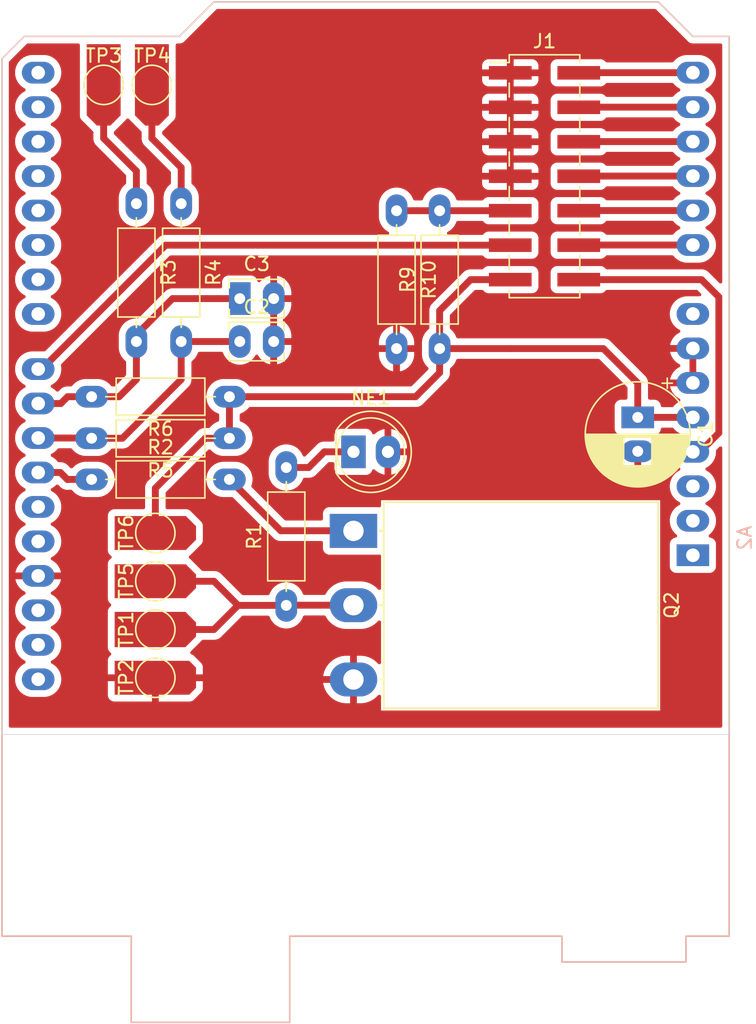
<source format=kicad_pcb>
(kicad_pcb (version 20240108) (generator "pcbnew") (generator_version "8.0")
  (layers (0 "F.Cu" signal) (31 "B.Cu" signal) (34 "B.Paste" user) (35 "F.Paste" user) (36 "B.SilkS" user "B.Silkscreen") (37 "F.SilkS" user "F.Silkscreen") (38 "B.Mask" user) (39 "F.Mask" user) (44 "Edge.Cuts" user))
  (net 0 "")
  (net 1 "GND")
  (net 2 "/LCD_RS")
  (net 4 "/PB1")
  (net 5 "/LCD_D4")
  (net 6 "/MOSI_11_PWM_PB3")
  (net 7 "/LCD_RW")
  (net 8 "/LCD_D6")
  (net 9 "/PB2")
  (net 10 "/LCD_D7")
  (net 11 "/LCD_E")
  (net 12 "/LCD_D5")
  (net 13 "Net-(NE1-Pad1)")
  (net 14 "Net-(R3-Pad1)")
  (net 15 "Net-(R4-Pad1)")
  (net 16 "+5V")
  (net 33 "Net-(Q2-B)")
  (net 34 "+3V3")
  (net 35 "/LCD_V0")
  (net 36 "Net-(Q2-C-Pad2)")
  (footprint "LED_THT:LED_D5.0mm_IRGrey" (layer "F.Cu") (at 141.097 91.556002)
    (property "Reference" "NE1" (at 1.27 -3.96 0) (layer "F.SilkS"))
    (property "Value" "Glimm")
    (fp_line (start -1.29 -1.545) (end -1.29 1.545) (stroke (width 0.12)) (layer "F.SilkS"))
    (fp_arc (start -1.29 -1.54483) (mid 2.072002 -2.880433) (end 4.26 0.000462) (stroke (width 0.12)) (layer "F.SilkS"))
    (fp_arc (start 4.26 -0.000462) (mid 2.072002 2.880433) (end -1.29 1.54483) (stroke (width 0.12)) (layer "F.SilkS"))
    (fp_circle (center 1.27 0) (end 3.77 0) (stroke (width 0.12)) (fill none) (layer "F.SilkS"))
    (pad "1" thru_hole rect (at 0 0) (size 1.8 2.4) (drill 0.9) (layers "*.Cu" "*.Mask") (net 13 "Net-(NE1-Pad1)"))
    (pad "2" thru_hole oval (at 2.54 0) (size 1.8 2.4) (drill 0.9) (layers "*.Cu" "*.Mask") (net 1 "GND"))
  )
  (footprint "Resistor_THT:R_Axial_DIN0207_L6.3mm_D2.5mm_P10.16mm_Horizontal" (layer "F.Cu") (at 128.397 73.268002 -90)
    (property "Reference" "R4" (at 5.08 -2.37 -90) (layer "F.SilkS"))
    (property "Value" "6k8")
    (fp_line (start 1.81 1.37) (end 8.35 1.37) (stroke (width 0.12)) (layer "F.SilkS"))
    (fp_line (start 8.35 1.37) (end 8.35 -1.37) (stroke (width 0.12)) (layer "F.SilkS"))
    (fp_line (start 1.04 0) (end 1.81 0) (stroke (width 0.12)) (layer "F.SilkS"))
    (fp_line (start 9.12 0) (end 8.35 0) (stroke (width 0.12)) (layer "F.SilkS"))
    (fp_line (start 1.81 -1.37) (end 1.81 1.37) (stroke (width 0.12)) (layer "F.SilkS"))
    (fp_line (start 8.35 -1.37) (end 1.81 -1.37) (stroke (width 0.12)) (layer "F.SilkS"))
    (pad "1" thru_hole oval (at 0 0 270) (size 2.4 1.6) (drill 0.8) (layers "*.Cu" "*.Mask") (net 15 "Net-(R4-Pad1)"))
    (pad "2" thru_hole oval (at 10.16 0 270) (size 2.4 1.6) (drill 0.8) (layers "*.Cu" "*.Mask") (net 9 "/PB2"))
  )
  (footprint "Package_TO_SOT_THT:TO-218-3_Horizontal_TabDown" (layer "F.Cu") (at 141.097 97.381 -90)
    (property "Reference" "Q2" (at 5.475 -23.45 90) (layer "F.SilkS"))
    (property "Value" "BUV48A")
    (fp_line (start -2.115 -2.23) (end 13.065 -2.23) (stroke (width 0.12)) (layer "F.SilkS"))
    (fp_line (start 0 -2.23) (end 0 -1.9) (stroke (width 0.12)) (layer "F.SilkS"))
    (fp_line (start 5.475 -2.23) (end 5.475 -1.9) (stroke (width 0.12)) (layer "F.SilkS"))
    (fp_line (start 10.95 -2.23) (end 10.95 -1.9) (stroke (width 0.12)) (layer "F.SilkS"))
    (fp_line (start -2.115 -22.45) (end -2.115 -2.23) (stroke (width 0.12)) (layer "F.SilkS"))
    (fp_line (start -2.115 -22.45) (end 13.065 -22.45) (stroke (width 0.12)) (layer "F.SilkS"))
    (fp_line (start 13.065 -22.45) (end 13.065 -2.23) (stroke (width 0.12)) (layer "F.SilkS"))
    (pad "" np_thru_hole oval (at 5.475 -18.55 270) (size 4.04 4.04) (drill 4.04) (layers "*.Cu" "*.Mask"))
    (pad "1" thru_hole rect (at 0 0 270) (size 2.5 3.5) (drill 1.5) (layers "*.Cu" "*.Mask") (net 33 "Net-(Q2-B)"))
    (pad "2" thru_hole oval (at 5.475 0 270) (size 2.5 3.5) (drill 1.5) (layers "*.Cu" "*.Mask") (net 36 "Net-(Q2-C-Pad2)"))
    (pad "3" thru_hole oval (at 10.95 0 270) (size 2.5 3.5) (drill 1.5) (layers "*.Cu" "*.Mask") (net 1 "GND"))
  )
  (footprint "Resistor_THT:R_Axial_DIN0207_L6.3mm_D2.5mm_P10.16mm_Horizontal" (layer "F.Cu") (at 136.144 102.87 90)
    (property "Reference" "R1" (at 5.08 -2.37 -90) (layer "F.SilkS"))
    (property "Value" "820k")
    (fp_line (start 8.35 -1.37) (end 1.81 -1.37) (stroke (width 0.12)) (layer "F.SilkS"))
    (fp_line (start 1.81 -1.37) (end 1.81 1.37) (stroke (width 0.12)) (layer "F.SilkS"))
    (fp_line (start 9.12 0) (end 8.35 0) (stroke (width 0.12)) (layer "F.SilkS"))
    (fp_line (start 1.04 0) (end 1.81 0) (stroke (width 0.12)) (layer "F.SilkS"))
    (fp_line (start 8.35 1.37) (end 8.35 -1.37) (stroke (width 0.12)) (layer "F.SilkS"))
    (fp_line (start 1.81 1.37) (end 8.35 1.37) (stroke (width 0.12)) (layer "F.SilkS"))
    (pad "1" thru_hole oval (at 0 0 90) (size 2.4 1.6) (drill 0.8) (layers "*.Cu" "*.Mask") (net 36 "Net-(Q2-C-Pad2)"))
    (pad "2" thru_hole oval (at 10.16 0 90) (size 2.4 1.6) (drill 0.8) (layers "*.Cu" "*.Mask") (net 13 "Net-(NE1-Pad1)"))
  )
  (footprint "Capacitor_THT:CP_Radial_D7.5mm_P2.50mm" (layer "F.Cu") (at 162.052 89.016002 -90)
    (property "Reference" "C1" (at 1.25 -5 90) (layer "F.SilkS"))
    (property "Value" "100u")
    (fp_line (start 1.49 1.04) (end 1.49 3.823) (stroke (width 0.12)) (layer "F.SilkS"))
    (fp_line (start 1.53 1.04) (end 1.53 3.82) (stroke (width 0.12)) (layer "F.SilkS"))
    (fp_line (start 1.57 1.04) (end 1.57 3.817) (stroke (width 0.12)) (layer "F.SilkS"))
    (fp_line (start 1.61 1.04) (end 1.61 3.814) (stroke (width 0.12)) (layer "F.SilkS"))
    (fp_line (start 1.65 1.04) (end 1.65 3.81) (stroke (width 0.12)) (layer "F.SilkS"))
    (fp_line (start 1.69 1.04) (end 1.69 3.805) (stroke (width 0.12)) (layer "F.SilkS"))
    (fp_line (start 1.73 1.04) (end 1.73 3.801) (stroke (width 0.12)) (layer "F.SilkS"))
    (fp_line (start 1.77 1.04) (end 1.77 3.795) (stroke (width 0.12)) (layer "F.SilkS"))
    (fp_line (start 1.81 1.04) (end 1.81 3.79) (stroke (width 0.12)) (layer "F.SilkS"))
    (fp_line (start 1.85 1.04) (end 1.85 3.784) (stroke (width 0.12)) (layer "F.SilkS"))
    (fp_line (start 1.89 1.04) (end 1.89 3.777) (stroke (width 0.12)) (layer "F.SilkS"))
    (fp_line (start 1.93 1.04) (end 1.93 3.77) (stroke (width 0.12)) (layer "F.SilkS"))
    (fp_line (start 1.971 1.04) (end 1.971 3.763) (stroke (width 0.12)) (layer "F.SilkS"))
    (fp_line (start 2.011 1.04) (end 2.011 3.755) (stroke (width 0.12)) (layer "F.SilkS"))
    (fp_line (start 2.051 1.04) (end 2.051 3.747) (stroke (width 0.12)) (layer "F.SilkS"))
    (fp_line (start 2.091 1.04) (end 2.091 3.738) (stroke (width 0.12)) (layer "F.SilkS"))
    (fp_line (start 2.131 1.04) (end 2.131 3.729) (stroke (width 0.12)) (layer "F.SilkS"))
    (fp_line (start 2.171 1.04) (end 2.171 3.72) (stroke (width 0.12)) (layer "F.SilkS"))
    (fp_line (start 2.211 1.04) (end 2.211 3.71) (stroke (width 0.12)) (layer "F.SilkS"))
    (fp_line (start 2.251 1.04) (end 2.251 3.699) (stroke (width 0.12)) (layer "F.SilkS"))
    (fp_line (start 2.291 1.04) (end 2.291 3.688) (stroke (width 0.12)) (layer "F.SilkS"))
    (fp_line (start 2.331 1.04) (end 2.331 3.677) (stroke (width 0.12)) (layer "F.SilkS"))
    (fp_line (start 2.371 1.04) (end 2.371 3.665) (stroke (width 0.12)) (layer "F.SilkS"))
    (fp_line (start 2.411 1.04) (end 2.411 3.653) (stroke (width 0.12)) (layer "F.SilkS"))
    (fp_line (start 2.451 1.04) (end 2.451 3.64) (stroke (width 0.12)) (layer "F.SilkS"))
    (fp_line (start 2.491 1.04) (end 2.491 3.626) (stroke (width 0.12)) (layer "F.SilkS"))
    (fp_line (start 2.531 1.04) (end 2.531 3.613) (stroke (width 0.12)) (layer "F.SilkS"))
    (fp_line (start 2.571 1.04) (end 2.571 3.598) (stroke (width 0.12)) (layer "F.SilkS"))
    (fp_line (start 2.611 1.04) (end 2.611 3.584) (stroke (width 0.12)) (layer "F.SilkS"))
    (fp_line (start 2.651 1.04) (end 2.651 3.568) (stroke (width 0.12)) (layer "F.SilkS"))
    (fp_line (start 2.691 1.04) (end 2.691 3.553) (stroke (width 0.12)) (layer "F.SilkS"))
    (fp_line (start 2.731 1.04) (end 2.731 3.536) (stroke (width 0.12)) (layer "F.SilkS"))
    (fp_line (start 2.771 1.04) (end 2.771 3.52) (stroke (width 0.12)) (layer "F.SilkS"))
    (fp_line (start 2.811 1.04) (end 2.811 3.502) (stroke (width 0.12)) (layer "F.SilkS"))
    (fp_line (start 2.851 1.04) (end 2.851 3.484) (stroke (width 0.12)) (layer "F.SilkS"))
    (fp_line (start 2.891 1.04) (end 2.891 3.466) (stroke (width 0.12)) (layer "F.SilkS"))
    (fp_line (start 2.931 1.04) (end 2.931 3.447) (stroke (width 0.12)) (layer "F.SilkS"))
    (fp_line (start 2.971 1.04) (end 2.971 3.427) (stroke (width 0.12)) (layer "F.SilkS"))
    (fp_line (start 3.011 1.04) (end 3.011 3.407) (stroke (width 0.12)) (layer "F.SilkS"))
    (fp_line (start 3.051 1.04) (end 3.051 3.386) (stroke (width 0.12)) (layer "F.SilkS"))
    (fp_line (start 3.091 1.04) (end 3.091 3.365) (stroke (width 0.12)) (layer "F.SilkS"))
    (fp_line (start 3.131 1.04) (end 3.131 3.343) (stroke (width 0.12)) (layer "F.SilkS"))
    (fp_line (start 3.171 1.04) (end 3.171 3.321) (stroke (width 0.12)) (layer "F.SilkS"))
    (fp_line (start 3.211 1.04) (end 3.211 3.297) (stroke (width 0.12)) (layer "F.SilkS"))
    (fp_line (start 3.251 1.04) (end 3.251 3.274) (stroke (width 0.12)) (layer "F.SilkS"))
    (fp_line (start 3.291 1.04) (end 3.291 3.249) (stroke (width 0.12)) (layer "F.SilkS"))
    (fp_line (start 3.331 1.04) (end 3.331 3.224) (stroke (width 0.12)) (layer "F.SilkS"))
    (fp_line (start 3.371 1.04) (end 3.371 3.198) (stroke (width 0.12)) (layer "F.SilkS"))
    (fp_line (start 3.411 1.04) (end 3.411 3.172) (stroke (width 0.12)) (layer "F.SilkS"))
    (fp_line (start 3.451 1.04) (end 3.451 3.144) (stroke (width 0.12)) (layer "F.SilkS"))
    (fp_line (start 3.491 1.04) (end 3.491 3.116) (stroke (width 0.12)) (layer "F.SilkS"))
    (fp_line (start 3.531 1.04) (end 3.531 3.088) (stroke (width 0.12)) (layer "F.SilkS"))
    (fp_line (start 5.091 -0.441) (end 5.091 0.441) (stroke (width 0.12)) (layer "F.SilkS"))
    (fp_line (start 5.051 -0.693) (end 5.051 0.693) (stroke (width 0.12)) (layer "F.SilkS"))
    (fp_line (start 5.011 -0.877) (end 5.011 0.877) (stroke (width 0.12)) (layer "F.SilkS"))
    (fp_line (start 4.971 -1.028) (end 4.971 1.028) (stroke (width 0.12)) (layer "F.SilkS"))
    (fp_line (start 4.931 -1.158) (end 4.931 1.158) (stroke (width 0.12)) (layer "F.SilkS"))
    (fp_line (start 4.891 -1.275) (end 4.891 1.275) (stroke (width 0.12)) (layer "F.SilkS"))
    (fp_line (start 4.851 -1.381) (end 4.851 1.381) (stroke (width 0.12)) (layer "F.SilkS"))
    (fp_line (start 4.811 -1.478) (end 4.811 1.478) (stroke (width 0.12)) (layer "F.SilkS"))
    (fp_line (start 4.771 -1.569) (end 4.771 1.569) (stroke (width 0.12)) (layer "F.SilkS"))
    (fp_line (start 4.731 -1.654) (end 4.731 1.654) (stroke (width 0.12)) (layer "F.SilkS"))
    (fp_line (start 4.691 -1.733) (end 4.691 1.733) (stroke (width 0.12)) (layer "F.SilkS"))
    (fp_line (start 4.651 -1.809) (end 4.651 1.809) (stroke (width 0.12)) (layer "F.SilkS"))
    (fp_line (start 4.611 -1.881) (end 4.611 1.881) (stroke (width 0.12)) (layer "F.SilkS"))
    (fp_line (start 4.571 -1.949) (end 4.571 1.949) (stroke (width 0.12)) (layer "F.SilkS"))
    (fp_line (start 4.531 -2.014) (end 4.531 2.014) (stroke (width 0.12)) (layer "F.SilkS"))
    (fp_line (start 4.491 -2.077) (end 4.491 2.077) (stroke (width 0.12)) (layer "F.SilkS"))
    (fp_line (start 4.451 -2.137) (end 4.451 2.137) (stroke (width 0.12)) (layer "F.SilkS"))
    (fp_line (start -2.892211 -2.175) (end -2.142211 -2.175) (stroke (width 0.12)) (layer "F.SilkS"))
    (fp_line (start 4.411 -2.195) (end 4.411 2.195) (stroke (width 0.12)) (layer "F.SilkS"))
    (fp_line (start 4.371 -2.25) (end 4.371 2.25) (stroke (width 0.12)) (layer "F.SilkS"))
    (fp_line (start 4.331 -2.304) (end 4.331 2.304) (stroke (width 0.12)) (layer "F.SilkS"))
    (fp_line (start 4.291 -2.355) (end 4.291 2.355) (stroke (width 0.12)) (layer "F.SilkS"))
    (fp_line (start 4.251 -2.405) (end 4.251 2.405) (stroke (width 0.12)) (layer "F.SilkS"))
    (fp_line (start 4.211 -2.454) (end 4.211 2.454) (stroke (width 0.12)) (layer "F.SilkS"))
    (fp_line (start 4.171 -2.5) (end 4.171 2.5) (stroke (width 0.12)) (layer "F.SilkS"))
    (fp_line (start 4.131 -2.546) (end 4.131 2.546) (stroke (width 0.12)) (layer "F.SilkS"))
    (fp_line (start -2.517211 -2.55) (end -2.517211 -1.8) (stroke (width 0.12)) (layer "F.SilkS"))
    (fp_line (start 4.091 -2.589) (end 4.091 2.589) (stroke (width 0.12)) (layer "F.SilkS"))
    (fp_line (start 4.051 -2.632) (end 4.051 2.632) (stroke (width 0.12)) (layer "F.SilkS"))
    (fp_line (start 4.011 -2.673) (end 4.011 2.673) (stroke (width 0.12)) (layer "F.SilkS"))
    (fp_line (start 3.971 -2.713) (end 3.971 2.713) (stroke (width 0.12)) (layer "F.SilkS"))
    (fp_line (start 3.931 -2.752) (end 3.931 2.752) (stroke (width 0.12)) (layer "F.SilkS"))
    (fp_line (start 3.891 -2.79) (end 3.891 2.79) (stroke (width 0.12)) (layer "F.SilkS"))
    (fp_line (start 3.851 -2.827) (end 3.851 2.827) (stroke (width 0.12)) (layer "F.SilkS"))
    (fp_line (start 3.811 -2.863) (end 3.811 2.863) (stroke (width 0.12)) (layer "F.SilkS"))
    (fp_line (start 3.771 -2.898) (end 3.771 2.898) (stroke (width 0.12)) (layer "F.SilkS"))
    (fp_line (start 3.731 -2.931) (end 3.731 2.931) (stroke (width 0.12)) (layer "F.SilkS"))
    (fp_line (start 3.691 -2.964) (end 3.691 2.964) (stroke (width 0.12)) (layer "F.SilkS"))
    (fp_line (start 3.651 -2.996) (end 3.651 2.996) (stroke (width 0.12)) (layer "F.SilkS"))
    (fp_line (start 3.611 -3.028) (end 3.611 3.028) (stroke (width 0.12)) (layer "F.SilkS"))
    (fp_line (start 3.571 -3.058) (end 3.571 3.058) (stroke (width 0.12)) (layer "F.SilkS"))
    (fp_line (start 3.531 -3.088) (end 3.531 -1.04) (stroke (width 0.12)) (layer "F.SilkS"))
    (fp_line (start 3.491 -3.116) (end 3.491 -1.04) (stroke (width 0.12)) (layer "F.SilkS"))
    (fp_line (start 3.451 -3.144) (end 3.451 -1.04) (stroke (width 0.12)) (layer "F.SilkS"))
    (fp_line (start 3.411 -3.172) (end 3.411 -1.04) (stroke (width 0.12)) (layer "F.SilkS"))
    (fp_line (start 3.371 -3.198) (end 3.371 -1.04) (stroke (width 0.12)) (layer "F.SilkS"))
    (fp_line (start 3.331 -3.224) (end 3.331 -1.04) (stroke (width 0.12)) (layer "F.SilkS"))
    (fp_line (start 3.291 -3.249) (end 3.291 -1.04) (stroke (width 0.12)) (layer "F.SilkS"))
    (fp_line (start 3.251 -3.274) (end 3.251 -1.04) (stroke (width 0.12)) (layer "F.SilkS"))
    (fp_line (start 3.211 -3.297) (end 3.211 -1.04) (stroke (width 0.12)) (layer "F.SilkS"))
    (fp_line (start 3.171 -3.321) (end 3.171 -1.04) (stroke (width 0.12)) (layer "F.SilkS"))
    (fp_line (start 3.131 -3.343) (end 3.131 -1.04) (stroke (width 0.12)) (layer "F.SilkS"))
    (fp_line (start 3.091 -3.365) (end 3.091 -1.04) (stroke (width 0.12)) (layer "F.SilkS"))
    (fp_line (start 3.051 -3.386) (end 3.051 -1.04) (stroke (width 0.12)) (layer "F.SilkS"))
    (fp_line (start 3.011 -3.407) (end 3.011 -1.04) (stroke (width 0.12)) (layer "F.SilkS"))
    (fp_line (start 2.971 -3.427) (end 2.971 -1.04) (stroke (width 0.12)) (layer "F.SilkS"))
    (fp_line (start 2.931 -3.447) (end 2.931 -1.04) (stroke (width 0.12)) (layer "F.SilkS"))
    (fp_line (start 2.891 -3.466) (end 2.891 -1.04) (stroke (width 0.12)) (layer "F.SilkS"))
    (fp_line (start 2.851 -3.484) (end 2.851 -1.04) (stroke (width 0.12)) (layer "F.SilkS"))
    (fp_line (start 2.811 -3.502) (end 2.811 -1.04) (stroke (width 0.12)) (layer "F.SilkS"))
    (fp_line (start 2.771 -3.52) (end 2.771 -1.04) (stroke (width 0.12)) (layer "F.SilkS"))
    (fp_line (start 2.731 -3.536) (end 2.731 -1.04) (stroke (width 0.12)) (layer "F.SilkS"))
    (fp_line (start 2.691 -3.553) (end 2.691 -1.04) (stroke (width 0.12)) (layer "F.SilkS"))
    (fp_line (start 2.651 -3.568) (end 2.651 -1.04) (stroke (width 0.12)) (layer "F.SilkS"))
    (fp_line (start 2.611 -3.584) (end 2.611 -1.04) (stroke (width 0.12)) (layer "F.SilkS"))
    (fp_line (start 2.571 -3.598) (end 2.571 -1.04) (stroke (width 0.12)) (layer "F.SilkS"))
    (fp_line (start 2.531 -3.613) (end 2.531 -1.04) (stroke (width 0.12)) (layer "F.SilkS"))
    (fp_line (start 2.491 -3.626) (end 2.491 -1.04) (stroke (width 0.12)) (layer "F.SilkS"))
    (fp_line (start 2.451 -3.64) (end 2.451 -1.04) (stroke (width 0.12)) (layer "F.SilkS"))
    (fp_line (start 2.411 -3.653) (end 2.411 -1.04) (stroke (width 0.12)) (layer "F.SilkS"))
    (fp_line (start 2.371 -3.665) (end 2.371 -1.04) (stroke (width 0.12)) (layer "F.SilkS"))
    (fp_line (start 2.331 -3.677) (end 2.331 -1.04) (stroke (width 0.12)) (layer "F.SilkS"))
    (fp_line (start 2.291 -3.688) (end 2.291 -1.04) (stroke (width 0.12)) (layer "F.SilkS"))
    (fp_line (start 2.251 -3.699) (end 2.251 -1.04) (stroke (width 0.12)) (layer "F.SilkS"))
    (fp_line (start 2.211 -3.71) (end 2.211 -1.04) (stroke (width 0.12)) (layer "F.SilkS"))
    (fp_line (start 2.171 -3.72) (end 2.171 -1.04) (stroke (width 0.12)) (layer "F.SilkS"))
    (fp_line (start 2.131 -3.729) (end 2.131 -1.04) (stroke (width 0.12)) (layer "F.SilkS"))
    (fp_line (start 2.091 -3.738) (end 2.091 -1.04) (stroke (width 0.12)) (layer "F.SilkS"))
    (fp_line (start 2.051 -3.747) (end 2.051 -1.04) (stroke (width 0.12)) (layer "F.SilkS"))
    (fp_line (start 2.011 -3.755) (end 2.011 -1.04) (stroke (width 0.12)) (layer "F.SilkS"))
    (fp_line (start 1.971 -3.763) (end 1.971 -1.04) (stroke (width 0.12)) (layer "F.SilkS"))
    (fp_line (start 1.93 -3.77) (end 1.93 -1.04) (stroke (width 0.12)) (layer "F.SilkS"))
    (fp_line (start 1.89 -3.777) (end 1.89 -1.04) (stroke (width 0.12)) (layer "F.SilkS"))
    (fp_line (start 1.85 -3.784) (end 1.85 -1.04) (stroke (width 0.12)) (layer "F.SilkS"))
    (fp_line (start 1.81 -3.79) (end 1.81 -1.04) (stroke (width 0.12)) (layer "F.SilkS"))
    (fp_line (start 1.77 -3.795) (end 1.77 -1.04) (stroke (width 0.12)) (layer "F.SilkS"))
    (fp_line (start 1.73 -3.801) (end 1.73 -1.04) (stroke (width 0.12)) (layer "F.SilkS"))
    (fp_line (start 1.69 -3.805) (end 1.69 -1.04) (stroke (width 0.12)) (layer "F.SilkS"))
    (fp_line (start 1.65 -3.81) (end 1.65 -1.04) (stroke (width 0.12)) (layer "F.SilkS"))
    (fp_line (start 1.61 -3.814) (end 1.61 -1.04) (stroke (width 0.12)) (layer "F.SilkS"))
    (fp_line (start 1.57 -3.817) (end 1.57 -1.04) (stroke (width 0.12)) (layer "F.SilkS"))
    (fp_line (start 1.53 -3.82) (end 1.53 -1.04) (stroke (width 0.12)) (layer "F.SilkS"))
    (fp_line (start 1.49 -3.823) (end 1.49 -1.04) (stroke (width 0.12)) (layer "F.SilkS"))
    (fp_line (start 1.45 -3.825) (end 1.45 3.825) (stroke (width 0.12)) (layer "F.SilkS"))
    (fp_line (start 1.41 -3.827) (end 1.41 3.827) (stroke (width 0.12)) (layer "F.SilkS"))
    (fp_line (start 1.37 -3.829) (end 1.37 3.829) (stroke (width 0.12)) (layer "F.SilkS"))
    (fp_line (start 1.25 -3.83) (end 1.25 3.83) (stroke (width 0.12)) (layer "F.SilkS"))
    (fp_line (start 1.29 -3.83) (end 1.29 3.83) (stroke (width 0.12)) (layer "F.SilkS"))
    (fp_line (start 1.33 -3.83) (end 1.33 3.83) (stroke (width 0.12)) (layer "F.SilkS"))
    (fp_circle (center 1.25 0) (end 5.12 0) (stroke (width 0.12)) (fill none) (layer "F.SilkS"))
    (pad "1" thru_hole rect (at 0 0 270) (size 1.6 2.4) (drill 0.8) (layers "*.Cu" "*.Mask") (net 16 "+5V"))
    (pad "2" thru_hole oval (at 2.5 0 270) (size 1.6 2.4) (drill 0.8) (layers "*.Cu" "*.Mask") (net 1 "GND"))
  )
  (footprint "Connector_PinHeader_2.54mm:PinHeader_2x07_P2.54mm_Vertical_SMD" (layer "F.Cu") (at 155.179 71.247)
    (property "Reference" "J1" (at 0 -9.95 0) (layer "F.SilkS"))
    (property "Value" "Conn_02x07_Odd_Even")
    (fp_line (start -4.04 -8.38) (end -2.6 -8.38) (stroke (width 0.12)) (layer "F.SilkS"))
    (fp_line (start -2.6 -8.95) (end -2.6 -8.38) (stroke (width 0.12)) (layer "F.SilkS"))
    (fp_line (start -2.6 -8.95) (end 2.6 -8.95) (stroke (width 0.12)) (layer "F.SilkS"))
    (fp_line (start -2.6 -6.86) (end -2.6 -5.84) (stroke (width 0.12)) (layer "F.SilkS"))
    (fp_line (start -2.6 -4.32) (end -2.6 -3.3) (stroke (width 0.12)) (layer "F.SilkS"))
    (fp_line (start -2.6 -1.78) (end -2.6 -0.76) (stroke (width 0.12)) (layer "F.SilkS"))
    (fp_line (start -2.6 0.76) (end -2.6 1.78) (stroke (width 0.12)) (layer "F.SilkS"))
    (fp_line (start -2.6 3.3) (end -2.6 4.32) (stroke (width 0.12)) (layer "F.SilkS"))
    (fp_line (start -2.6 5.84) (end -2.6 6.86) (stroke (width 0.12)) (layer "F.SilkS"))
    (fp_line (start -2.6 8.38) (end -2.6 8.95) (stroke (width 0.12)) (layer "F.SilkS"))
    (fp_line (start -2.6 8.95) (end 2.6 8.95) (stroke (width 0.12)) (layer "F.SilkS"))
    (fp_line (start 2.6 -8.95) (end 2.6 -8.38) (stroke (width 0.12)) (layer "F.SilkS"))
    (fp_line (start 2.6 -6.86) (end 2.6 -5.84) (stroke (width 0.12)) (layer "F.SilkS"))
    (fp_line (start 2.6 -4.32) (end 2.6 -3.3) (stroke (width 0.12)) (layer "F.SilkS"))
    (fp_line (start 2.6 -1.78) (end 2.6 -0.76) (stroke (width 0.12)) (layer "F.SilkS"))
    (fp_line (start 2.6 0.76) (end 2.6 1.78) (stroke (width 0.12)) (layer "F.SilkS"))
    (fp_line (start 2.6 3.3) (end 2.6 4.32) (stroke (width 0.12)) (layer "F.SilkS"))
    (fp_line (start 2.6 5.84) (end 2.6 6.86) (stroke (width 0.12)) (layer "F.SilkS"))
    (fp_line (start 2.6 8.38) (end 2.6 8.95) (stroke (width 0.12)) (layer "F.SilkS"))
    (pad "1" smd rect (at -2.525 -7.62) (size 3.15 1) (layers "F.Cu" "F.Paste" "F.Mask") (net 1 "GND"))
    (pad "2" smd rect (at 2.525 -7.62) (size 3.15 1) (layers "F.Cu" "F.Paste" "F.Mask") (net 7 "/LCD_RW"))
    (pad "3" smd rect (at -2.525 -5.08) (size 3.15 1) (layers "F.Cu" "F.Paste" "F.Mask") (net 1 "GND"))
    (pad "4" smd rect (at 2.525 -5.08) (size 3.15 1) (layers "F.Cu" "F.Paste" "F.Mask") (net 2 "/LCD_RS"))
    (pad "5" smd rect (at -2.525 -2.54) (size 3.15 1) (layers "F.Cu" "F.Paste" "F.Mask") (net 1 "GND"))
    (pad "6" smd rect (at 2.525 -2.54) (size 3.15 1) (layers "F.Cu" "F.Paste" "F.Mask") (net 10 "/LCD_D7"))
    (pad "7" smd rect (at -2.525 0) (size 3.15 1) (layers "F.Cu" "F.Paste" "F.Mask") (net 1 "GND"))
    (pad "8" smd rect (at 2.525 0) (size 3.15 1) (layers "F.Cu" "F.Paste" "F.Mask") (net 8 "/LCD_D6"))
    (pad "9" smd rect (at -2.525 2.54) (size 3.15 1) (layers "F.Cu" "F.Paste" "F.Mask") (net 35 "/LCD_V0"))
    (pad "10" smd rect (at 2.525 2.54) (size 3.15 1) (layers "F.Cu" "F.Paste" "F.Mask") (net 12 "/LCD_D5"))
    (pad "11" smd rect (at -2.525 5.08) (size 3.15 1) (layers "F.Cu" "F.Paste" "F.Mask") (net 11 "/LCD_E"))
    (pad "12" smd rect (at 2.525 5.08) (size 3.15 1) (layers "F.Cu" "F.Paste" "F.Mask") (net 5 "/LCD_D4"))
    (pad "13" smd rect (at -2.525 7.62) (size 3.15 1) (layers "F.Cu" "F.Paste" "F.Mask") (net 16 "+5V"))
    (pad "14" smd rect (at 2.525 7.62) (size 3.15 1) (layers "F.Cu" "F.Paste" "F.Mask") (net 34 "+3V3"))
  )
  (footprint "TestPoint:TestPoint_Pad_D2.5mm" (layer "F.Cu") (at 126.492 108.204 90)
    (property "Reference" "TP2" (at 0 -2.148 -90) (layer "F.SilkS"))
    (property "Value" "Karkötő")
    (fp_circle (center 0 0) (end 0 1.45) (stroke (width 0.12)) (fill none) (layer "F.SilkS"))
    (pad "1" smd roundrect (at 0 0 90) (size 2.5 6) (layers "F.Cu" "F.Mask") (roundrect_rratio 0) (chamfer_ratio 0.2) (chamfer bottom_left bottom_right) (net 1 "GND"))
  )
  (footprint "Resistor_THT:R_Axial_DIN0207_L6.3mm_D2.5mm_P10.16mm_Horizontal" (layer "F.Cu") (at 131.953 90.556002 180)
    (property "Reference" "R5" (at 5.08 -2.37 180) (layer "F.SilkS"))
    (property "Value" "820k")
    (fp_line (start 9.12 0) (end 8.35 0) (stroke (width 0.12)) (layer "F.SilkS"))
    (fp_line (start 8.35 1.37) (end 8.35 -1.37) (stroke (width 0.12)) (layer "F.SilkS"))
    (fp_line (start 8.35 -1.37) (end 1.81 -1.37) (stroke (width 0.12)) (layer "F.SilkS"))
    (fp_line (start 1.81 1.37) (end 8.35 1.37) (stroke (width 0.12)) (layer "F.SilkS"))
    (fp_line (start 1.81 -1.37) (end 1.81 1.37) (stroke (width 0.12)) (layer "F.SilkS"))
    (fp_line (start 1.04 0) (end 1.81 0) (stroke (width 0.12)) (layer "F.SilkS"))
    (pad "1" thru_hole oval (at 0 0 180) (size 2.4 1.6) (drill 0.8) (layers "*.Cu" "*.Mask") (net 16 "+5V"))
    (pad "2" thru_hole oval (at 10.16 0 180) (size 2.4 1.6) (drill 0.8) (layers "*.Cu" "*.Mask") (net 9 "/PB2"))
  )
  (footprint "Resistor_THT:R_Axial_DIN0207_L6.3mm_D2.5mm_P10.16mm_Horizontal" (layer "F.Cu") (at 121.793 93.588002)
    (property "Reference" "R2" (at 5.08 -2.37 0) (layer "F.SilkS"))
    (property "Value" "270")
    (fp_line (start 1.04 0) (end 1.81 0) (stroke (width 0.12)) (layer "F.SilkS"))
    (fp_line (start 1.81 -1.37) (end 1.81 1.37) (stroke (width 0.12)) (layer "F.SilkS"))
    (fp_line (start 1.81 1.37) (end 8.35 1.37) (stroke (width 0.12)) (layer "F.SilkS"))
    (fp_line (start 8.35 -1.37) (end 1.81 -1.37) (stroke (width 0.12)) (layer "F.SilkS"))
    (fp_line (start 8.35 1.37) (end 8.35 -1.37) (stroke (width 0.12)) (layer "F.SilkS"))
    (fp_line (start 9.12 0) (end 8.35 0) (stroke (width 0.12)) (layer "F.SilkS"))
    (pad "1" thru_hole oval (at 0 0) (size 2.4 1.6) (drill 0.8) (layers "*.Cu" "*.Mask") (net 6 "/MOSI_11_PWM_PB3"))
    (pad "2" thru_hole oval (at 10.16 0) (size 2.4 1.6) (drill 0.8) (layers "*.Cu" "*.Mask") (net 33 "Net-(Q2-B)"))
  )
  (footprint "Resistor_THT:R_Axial_DIN0207_L6.3mm_D2.5mm_P10.16mm_Horizontal" (layer "F.Cu") (at 125.095 73.268002 -90)
    (property "Reference" "R3" (at 5.08 -2.37 -90) (layer "F.SilkS"))
    (property "Value" "6k8")
    (fp_line (start 1.81 1.37) (end 8.35 1.37) (stroke (width 0.12)) (layer "F.SilkS"))
    (fp_line (start 8.35 1.37) (end 8.35 -1.37) (stroke (width 0.12)) (layer "F.SilkS"))
    (fp_line (start 1.04 0) (end 1.81 0) (stroke (width 0.12)) (layer "F.SilkS"))
    (fp_line (start 9.12 0) (end 8.35 0) (stroke (width 0.12)) (layer "F.SilkS"))
    (fp_line (start 1.81 -1.37) (end 1.81 1.37) (stroke (width 0.12)) (layer "F.SilkS"))
    (fp_line (start 8.35 -1.37) (end 1.81 -1.37) (stroke (width 0.12)) (layer "F.SilkS"))
    (pad "1" thru_hole oval (at 0 0 270) (size 2.4 1.6) (drill 0.8) (layers "*.Cu" "*.Mask") (net 14 "Net-(R3-Pad1)"))
    (pad "2" thru_hole oval (at 10.16 0 270) (size 2.4 1.6) (drill 0.8) (layers "*.Cu" "*.Mask") (net 4 "/PB1"))
  )
  (footprint "TestPoint:TestPoint_Pad_D2.5mm" (layer "F.Cu") (at 126.492 101.092 90)
    (property "Reference" "TP5" (at 0 -2.148 -90) (layer "F.SilkS"))
    (property "Value" "Tekercs")
    (fp_circle (center 0 0) (end 0 1.45) (stroke (width 0.12)) (fill none) (layer "F.SilkS"))
    (pad "1" smd roundrect (at 0 0 90) (size 2.5 6) (layers "F.Cu" "F.Mask") (roundrect_rratio 0) (chamfer_ratio 0.3) (chamfer bottom_left bottom_right) (net 36 "Net-(Q2-C-Pad2)"))
  )
  (footprint "TestPoint:TestPoint_Pad_D2.5mm" (layer "F.Cu") (at 126.492 97.536 90)
    (property "Reference" "TP6" (at 0 -2.148 -90) (layer "F.SilkS"))
    (property "Value" "Tekercs")
    (fp_circle (center 0 0) (end 0 1.45) (stroke (width 0.12)) (fill none) (layer "F.SilkS"))
    (pad "1" smd roundrect (at 0 0 90) (size 2.5 6) (layers "F.Cu" "F.Mask") (roundrect_rratio 0) (chamfer_ratio 0.3) (chamfer bottom_left bottom_right) (net 16 "+5V"))
  )
  (footprint "Capacitor_THT:C_Disc_D3.8mm_W2.6mm_P2.50mm" (layer "F.Cu") (at 132.715 80.264)
    (property "Reference" "C3" (at 1.25 -2.55 0) (layer "F.SilkS"))
    (property "Value" "47n")
    (fp_line (start -0.77 -1.42) (end -0.77 -0.795) (stroke (width 0.12)) (layer "F.SilkS"))
    (fp_line (start -0.77 -1.42) (end 3.27 -1.42) (stroke (width 0.12)) (layer "F.SilkS"))
    (fp_line (start -0.77 0.795) (end -0.77 1.42) (stroke (width 0.12)) (layer "F.SilkS"))
    (fp_line (start -0.77 1.42) (end 3.27 1.42) (stroke (width 0.12)) (layer "F.SilkS"))
    (fp_line (start 3.27 -1.42) (end 3.27 -0.795) (stroke (width 0.12)) (layer "F.SilkS"))
    (fp_line (start 3.27 0.795) (end 3.27 1.42) (stroke (width 0.12)) (layer "F.SilkS"))
    (pad "1" thru_hole rect (at 0 0) (size 1.6 2.4) (drill 0.8) (layers "*.Cu" "*.Mask") (net 4 "/PB1"))
    (pad "2" thru_hole oval (at 2.5 0) (size 1.6 2.4) (drill 0.8) (layers "*.Cu" "*.Mask") (net 1 "GND"))
  )
  (footprint "Resistor_THT:R_Axial_DIN0207_L6.3mm_D2.5mm_P10.16mm_Horizontal" (layer "F.Cu") (at 144.272 73.787 -90)
    (property "Reference" "R10" (at 5.08 -2.37 90) (layer "F.SilkS"))
    (property "Value" "1k2")
    (fp_line (start 1.81 1.37) (end 8.35 1.37) (stroke (width 0.12)) (layer "F.SilkS"))
    (fp_line (start 8.35 1.37) (end 8.35 -1.37) (stroke (width 0.12)) (layer "F.SilkS"))
    (fp_line (start 1.04 0) (end 1.81 0) (stroke (width 0.12)) (layer "F.SilkS"))
    (fp_line (start 9.12 0) (end 8.35 0) (stroke (width 0.12)) (layer "F.SilkS"))
    (fp_line (start 1.81 -1.37) (end 1.81 1.37) (stroke (width 0.12)) (layer "F.SilkS"))
    (fp_line (start 8.35 -1.37) (end 1.81 -1.37) (stroke (width 0.12)) (layer "F.SilkS"))
    (pad "1" thru_hole oval (at 0 0 270) (size 2.4 1.6) (drill 0.8) (layers "*.Cu" "*.Mask") (net 35 "/LCD_V0"))
    (pad "2" thru_hole oval (at 10.16 0 270) (size 2.4 1.6) (drill 0.8) (layers "*.Cu" "*.Mask") (net 1 "GND"))
  )
  (footprint "Capacitor_THT:C_Disc_D3.8mm_W2.6mm_P2.50mm" (layer "F.Cu") (at 132.715 83.428002)
    (property "Reference" "C2" (at 1.25 -2.55 0) (layer "F.SilkS"))
    (property "Value" "47n")
    (fp_line (start -0.77 -1.42) (end -0.77 -0.795) (stroke (width 0.12)) (layer "F.SilkS"))
    (fp_line (start -0.77 -1.42) (end 3.27 -1.42) (stroke (width 0.12)) (layer "F.SilkS"))
    (fp_line (start -0.77 0.795) (end -0.77 1.42) (stroke (width 0.12)) (layer "F.SilkS"))
    (fp_line (start -0.77 1.42) (end 3.27 1.42) (stroke (width 0.12)) (layer "F.SilkS"))
    (fp_line (start 3.27 -1.42) (end 3.27 -0.795) (stroke (width 0.12)) (layer "F.SilkS"))
    (fp_line (start 3.27 0.795) (end 3.27 1.42) (stroke (width 0.12)) (layer "F.SilkS"))
    (pad "1" thru_hole oval (at 0 0) (size 1.6 2.4) (drill 0.8) (layers "*.Cu" "*.Mask") (net 9 "/PB2"))
    (pad "2" thru_hole oval (at 2.5 0) (size 1.6 2.4) (drill 0.8) (layers "*.Cu" "*.Mask") (net 1 "GND"))
  )
  (footprint "TestPoint:TestPoint_Pad_D2.5mm" (layer "F.Cu") (at 126.492 104.648 90)
    (property "Reference" "TP1" (at 0 -2.148 -90) (layer "F.SilkS"))
    (property "Value" "Pálya")
    (fp_circle (center 0 0) (end 0 1.45) (stroke (width 0.12)) (fill none) (layer "F.SilkS"))
    (pad "1" smd roundrect (at 0 0 90) (size 2.6 6) (layers "F.Cu" "F.Mask") (roundrect_rratio 0) (chamfer_ratio 0.3) (chamfer bottom_left bottom_right) (net 36 "Net-(Q2-C-Pad2)"))
  )
  (footprint "TestPoint:TestPoint_Pad_D2.5mm" (layer "F.Cu") (at 126.238 64.516)
    (property "Reference" "TP4" (at 0 -2.148 0) (layer "F.SilkS"))
    (property "Value" "Finish")
    (fp_circle (center 0 0) (end 0 1.45) (stroke (width 0.12)) (fill none) (layer "F.SilkS"))
    (pad "1" smd roundrect (at 0 0) (size 2.5 6) (layers "F.Cu" "F.Mask") (roundrect_rratio 0) (chamfer_ratio 0.3) (chamfer bottom_left bottom_right) (net 15 "Net-(R4-Pad1)"))
  )
  (footprint "Resistor_THT:R_Axial_DIN0207_L6.3mm_D2.5mm_P10.16mm_Horizontal" (layer "F.Cu") (at 147.447 83.947 90)
    (property "Reference" "R9" (at 5.08 -2.37 -90) (layer "F.SilkS"))
    (property "Value" "3k3")
    (fp_line (start 8.35 -1.37) (end 1.81 -1.37) (stroke (width 0.12)) (layer "F.SilkS"))
    (fp_line (start 1.81 -1.37) (end 1.81 1.37) (stroke (width 0.12)) (layer "F.SilkS"))
    (fp_line (start 9.12 0) (end 8.35 0) (stroke (width 0.12)) (layer "F.SilkS"))
    (fp_line (start 1.04 0) (end 1.81 0) (stroke (width 0.12)) (layer "F.SilkS"))
    (fp_line (start 8.35 1.37) (end 8.35 -1.37) (stroke (width 0.12)) (layer "F.SilkS"))
    (fp_line (start 1.81 1.37) (end 8.35 1.37) (stroke (width 0.12)) (layer "F.SilkS"))
    (pad "1" thru_hole oval (at 0 0 90) (size 2.4 1.6) (drill 0.8) (layers "*.Cu" "*.Mask") (net 16 "+5V"))
    (pad "2" thru_hole oval (at 10.16 0 90) (size 2.4 1.6) (drill 0.8) (layers "*.Cu" "*.Mask") (net 35 "/LCD_V0"))
  )
  (footprint "TestPoint:TestPoint_Pad_D2.5mm" (layer "F.Cu") (at 122.682 64.516)
    (property "Reference" "TP3" (at 0 -2.148 0) (layer "F.SilkS"))
    (property "Value" "Start")
    (fp_circle (center 0 0) (end 0 1.45) (stroke (width 0.12)) (fill none) (layer "F.SilkS"))
    (pad "1" connect roundrect (at 0 0) (size 2.5 6) (layers "F.Cu" "F.Mask") (roundrect_rratio 0) (chamfer_ratio 0.3) (chamfer bottom_left bottom_right) (net 14 "Net-(R3-Pad1)"))
  )
  (footprint "Resistor_THT:R_Axial_DIN0207_L6.3mm_D2.5mm_P10.16mm_Horizontal" (layer "F.Cu") (at 131.953 87.492002 180)
    (property "Reference" "R6" (at 5.08 -2.37 180) (layer "F.SilkS"))
    (property "Value" "820k")
    (fp_line (start 9.12 0) (end 8.35 0) (stroke (width 0.12)) (layer "F.SilkS"))
    (fp_line (start 8.35 1.37) (end 8.35 -1.37) (stroke (width 0.12)) (layer "F.SilkS"))
    (fp_line (start 8.35 -1.37) (end 1.81 -1.37) (stroke (width 0.12)) (layer "F.SilkS"))
    (fp_line (start 1.81 1.37) (end 8.35 1.37) (stroke (width 0.12)) (layer "F.SilkS"))
    (fp_line (start 1.81 -1.37) (end 1.81 1.37) (stroke (width 0.12)) (layer "F.SilkS"))
    (fp_line (start 1.04 0) (end 1.81 0) (stroke (width 0.12)) (layer "F.SilkS"))
    (pad "1" thru_hole oval (at 0 0 180) (size 2.4 1.6) (drill 0.8) (layers "*.Cu" "*.Mask") (net 16 "+5V"))
    (pad "2" thru_hole oval (at 10.16 0 180) (size 2.4 1.6) (drill 0.8) (layers "*.Cu" "*.Mask") (net 4 "/PB1"))
  )
  (footprint "Module:Arduino_UNO_R3" (layer "B.Cu") (at 166.116 99.176002 90)
    (property "Reference" "A2" (at 1.27 3.81 -90) (layer "B.SilkS") (effects (justify mirror)))
    (property "Value" "SEMDUINO_V2")
    (fp_line (start 36.58 -50.93) (end -28.07 -50.93) (stroke (width 0.12)) (layer "B.SilkS"))
    (fp_line (start -28.07 -50.93) (end -28.07 -41.4) (stroke (width 0.12)) (layer "B.SilkS"))
    (fp_line (start 38.23 -49.28) (end 36.58 -50.93) (stroke (width 0.12)) (layer "B.SilkS"))
    (fp_line (start -28.07 -41.4) (end -34.42 -41.4) (stroke (width 0.12)) (layer "B.SilkS"))
    (fp_line (start -34.42 -41.4) (end -34.42 -29.72) (stroke (width 0.12)) (layer "B.SilkS"))
    (fp_line (start 38.23 -37.85) (end 38.23 -49.28) (stroke (width 0.12)) (layer "B.SilkS"))
    (fp_line (start 40.77 -35.31) (end 38.23 -37.85) (stroke (width 0.12)) (layer "B.SilkS"))
    (fp_line (start -28.07 -29.72) (end -28.07 -9.65) (stroke (width 0.12)) (layer "B.SilkS"))
    (fp_line (start -34.42 -29.72) (end -28.07 -29.72) (stroke (width 0.12)) (layer "B.SilkS"))
    (fp_line (start -28.07 -9.65) (end -29.97 -9.65) (stroke (width 0.12)) (layer "B.SilkS"))
    (fp_line (start -29.97 -9.65) (end -29.97 -0.51) (stroke (width 0.12)) (layer "B.SilkS"))
    (fp_line (start 40.77 -2.54) (end 40.77 -35.31) (stroke (width 0.12)) (layer "B.SilkS"))
    (fp_line (start -28.07 -0.51) (end -28.07 2.67) (stroke (width 0.12)) (layer "B.SilkS"))
    (fp_line (start -29.97 -0.51) (end -28.07 -0.51) (stroke (width 0.12)) (layer "B.SilkS"))
    (fp_line (start 38.23 0) (end 40.77 -2.54) (stroke (width 0.12)) (layer "B.SilkS"))
    (fp_line (start 38.23 2.67) (end 38.23 0) (stroke (width 0.12)) (layer "B.SilkS"))
    (fp_line (start -28.07 2.67) (end 38.23 2.67) (stroke (width 0.12)) (layer "B.SilkS"))
    (pad "1" thru_hole rect (at 0 0 180) (size 2.4 1.6) (drill 1) (layers "*.Cu" "*.Mask"))
    (pad "2" thru_hole oval (at 2.54 0 180) (size 2.4 1.6) (drill 1) (layers "*.Cu" "*.Mask"))
    (pad "3" thru_hole oval (at 5.08 0 180) (size 2.4 1.6) (drill 1) (layers "*.Cu" "*.Mask"))
    (pad "4" thru_hole oval (at 7.62 0 180) (size 2.4 1.6) (drill 1) (layers "*.Cu" "*.Mask") (net 34 "+3V3"))
    (pad "5" thru_hole oval (at 10.16 0 180) (size 2.4 1.6) (drill 1) (layers "*.Cu" "*.Mask") (net 16 "+5V"))
    (pad "6" thru_hole oval (at 12.7 0 180) (size 2.4 1.6) (drill 1) (layers "*.Cu" "*.Mask") (net 1 "GND"))
    (pad "7" thru_hole oval (at 15.24 0 180) (size 2.4 1.6) (drill 1) (layers "*.Cu" "*.Mask") (net 1 "GND"))
    (pad "8" thru_hole oval (at 17.78 0 180) (size 2.4 1.6) (drill 1) (layers "*.Cu" "*.Mask"))
    (pad "9" thru_hole oval (at 22.86 0 180) (size 2.4 1.6) (drill 1) (layers "*.Cu" "*.Mask") (net 5 "/LCD_D4"))
    (pad "10" thru_hole oval (at 25.4 0 180) (size 2.4 1.6) (drill 1) (layers "*.Cu" "*.Mask") (net 12 "/LCD_D5"))
    (pad "11" thru_hole oval (at 27.94 0 180) (size 2.4 1.6) (drill 1) (layers "*.Cu" "*.Mask") (net 8 "/LCD_D6"))
    (pad "12" thru_hole oval (at 30.48 0 180) (size 2.4 1.6) (drill 1) (layers "*.Cu" "*.Mask") (net 10 "/LCD_D7"))
    (pad "13" thru_hole oval (at 33.02 0 180) (size 2.4 1.6) (drill 1) (layers "*.Cu" "*.Mask") (net 2 "/LCD_RS"))
    (pad "14" thru_hole oval (at 35.56 0 180) (size 2.4 1.6) (drill 1) (layers "*.Cu" "*.Mask") (net 7 "/LCD_RW"))
    (pad "15" thru_hole oval (at 35.56 -48.26 180) (size 2.4 1.6) (drill 1) (layers "*.Cu" "*.Mask"))
    (pad "16" thru_hole oval (at 33.02 -48.26 180) (size 2.4 1.6) (drill 1) (layers "*.Cu" "*.Mask"))
    (pad "17" thru_hole oval (at 30.48 -48.26 180) (size 2.4 1.6) (drill 1) (layers "*.Cu" "*.Mask"))
    (pad "18" thru_hole oval (at 27.94 -48.26 180) (size 2.4 1.6) (drill 1) (layers "*.Cu" "*.Mask"))
    (pad "19" thru_hole oval (at 25.4 -48.26 180) (size 2.4 1.6) (drill 1) (layers "*.Cu" "*.Mask"))
    (pad "20" thru_hole oval (at 22.86 -48.26 180) (size 2.4 1.6) (drill 1) (layers "*.Cu" "*.Mask"))
    (pad "21" thru_hole oval (at 20.32 -48.26 180) (size 2.4 1.6) (drill 1) (layers "*.Cu" "*.Mask"))
    (pad "22" thru_hole oval (at 17.78 -48.26 180) (size 2.4 1.6) (drill 1) (layers "*.Cu" "*.Mask"))
    (pad "23" thru_hole oval (at 13.72 -48.26 180) (size 2.4 1.6) (drill 1) (layers "*.Cu" "*.Mask") (net 11 "/LCD_E"))
    (pad "24" thru_hole oval (at 11.18 -48.26 180) (size 2.4 1.6) (drill 1) (layers "*.Cu" "*.Mask") (net 4 "/PB1"))
    (pad "25" thru_hole oval (at 8.64 -48.26 180) (size 2.4 1.6) (drill 1) (layers "*.Cu" "*.Mask") (net 9 "/PB2"))
    (pad "26" thru_hole oval (at 6.1 -48.26 180) (size 2.4 1.6) (drill 1) (layers "*.Cu" "*.Mask") (net 6 "/MOSI_11_PWM_PB3"))
    (pad "27" thru_hole oval (at 3.56 -48.26 180) (size 2.4 1.6) (drill 1) (layers "*.Cu" "*.Mask"))
    (pad "28" thru_hole oval (at 1.02 -48.26 180) (size 2.4 1.6) (drill 1) (layers "*.Cu" "*.Mask"))
    (pad "29" thru_hole oval (at -1.52 -48.26 180) (size 2.4 1.6) (drill 1) (layers "*.Cu" "*.Mask") (net 1 "GND"))
    (pad "30" thru_hole oval (at -4.06 -48.26 180) (size 2.4 1.6) (drill 1) (layers "*.Cu" "*.Mask"))
    (pad "31" thru_hole oval (at -6.6 -48.26 180) (size 2.4 1.6) (drill 1) (layers "*.Cu" "*.Mask"))
    (pad "32" thru_hole oval (at -9.14 -48.26 180) (size 2.4 1.6) (drill 1) (layers "*.Cu" "*.Mask"))
  )
  (gr_line (start 168.783 60.96) (end 168.783 112.384002) (stroke (width 0.05)) (layer "Edge.Cuts"))
  (gr_line (start 115.189 112.384002) (end 115.189 62.611) (stroke (width 0.05)) (layer "Edge.Cuts"))
  (gr_line (start 163.576 58.42) (end 166.116 60.96) (stroke (width 0.05)) (layer "Edge.Cuts"))
  (gr_line (start 115.189 62.611) (end 116.84 60.96) (stroke (width 0.05)) (layer "Edge.Cuts"))
  (gr_line (start 130.81 58.42) (end 163.576 58.42) (stroke (width 0.05)) (layer "Edge.Cuts"))
  (gr_line (start 116.84 60.96) (end 128.27 60.96) (stroke (width 0.05)) (layer "Edge.Cuts"))
  (gr_line (start 128.27 60.96) (end 130.81 58.42) (stroke (width 0.05)) (layer "Edge.Cuts"))
  (gr_line (start 115.189 112.384002) (end 168.783 112.384002) (stroke (width 0.05)) (layer "Edge.Cuts"))
  (gr_line (start 166.116 60.96) (end 168.783 60.96) (stroke (width 0.05)) (layer "Edge.Cuts"))
  (segment (start 117.86 100.700002) (end 117.856 100.696002) (width 0.508) (layer "F.Cu") (net 1))
  (segment (start 157.704 66.167) (end 157.714998 66.156002) (width 0.508) (layer "F.Cu") (net 2))
  (segment (start 157.714998 66.156002) (end 166.116 66.156002) (width 0.508) (layer "F.Cu") (net 2))
  (segment (start 121.793 87.492002) (end 120.025998 87.492002) (width 0.508) (layer "F.Cu") (net 4))
  (segment (start 127.762 80.264) (end 132.715 80.264) (width 0.508) (layer "F.Cu") (net 4))
  (segment (start 121.793 87.492002) (end 123.825 87.492002) (width 0.508) (layer "F.Cu") (net 4))
  (segment (start 119.521998 87.996002) (end 117.856 87.996002) (width 0.508) (layer "F.Cu") (net 4))
  (segment (start 125.095 86.222002) (end 125.095 83.428002) (width 0.508) (layer "F.Cu") (net 4))
  (segment (start 125.095 82.931) (end 127.762 80.264) (width 0.508) (layer "F.Cu") (net 4))
  (segment (start 125.095 83.428002) (end 125.095 82.931) (width 0.508) (layer "F.Cu") (net 4))
  (segment (start 123.825 87.492002) (end 125.095 86.222002) (width 0.508) (layer "F.Cu") (net 4))
  (segment (start 120.025998 87.492002) (end 119.521998 87.996002) (width 0.508) (layer "F.Cu") (net 4))
  (segment (start 157.704 76.327) (end 157.714998 76.316002) (width 0.508) (layer "F.Cu") (net 5))
  (segment (start 157.714998 76.316002) (end 166.116 76.316002) (width 0.508) (layer "F.Cu") (net 5))
  (segment (start 117.856 93.076002) (end 119.492002 93.076002) (width 0.508) (layer "F.Cu") (net 6))
  (segment (start 120.015 93.599) (end 120.025998 93.588002) (width 0.508) (layer "F.Cu") (net 6))
  (segment (start 119.492002 93.076002) (end 120.015 93.599) (width 0.508) (layer "F.Cu") (net 6))
  (segment (start 120.025998 93.588002) (end 121.793 93.588002) (width 0.508) (layer "F.Cu") (net 6))
  (segment (start 166.116 63.616002) (end 157.714998 63.616002) (width 0.508) (layer "F.Cu") (net 7))
  (segment (start 157.714998 63.616002) (end 157.704 63.627) (width 0.508) (layer "F.Cu") (net 7))
  (segment (start 157.714998 71.236002) (end 166.116 71.236002) (width 0.508) (layer "F.Cu") (net 8))
  (segment (start 157.704 71.247) (end 157.714998 71.236002) (width 0.508) (layer "F.Cu") (net 8))
  (segment (start 117.856 90.536002) (end 121.773 90.536002) (width 0.508) (layer "F.Cu") (net 9))
  (segment (start 124.063 90.556002) (end 128.397 86.222002) (width 0.508) (layer "F.Cu") (net 9))
  (segment (start 128.397 83.428002) (end 132.715 83.428002) (width 0.508) (layer "F.Cu") (net 9))
  (segment (start 128.397 86.222002) (end 128.397 83.428002) (width 0.508) (layer "F.Cu") (net 9))
  (segment (start 121.793 90.556002) (end 124.063 90.556002) (width 0.508) (layer "F.Cu") (net 9))
  (segment (start 121.773 90.536002) (end 121.793 90.556002) (width 0.508) (layer "F.Cu") (net 9))
  (segment (start 166.116 68.696002) (end 157.714998 68.696002) (width 0.508) (layer "F.Cu") (net 10))
  (segment (start 157.714998 68.696002) (end 157.704 68.707) (width 0.508) (layer "F.Cu") (net 10))
  (segment (start 123.317 80.264) (end 127.254 76.327) (width 0.508) (layer "F.Cu") (net 11))
  (segment (start 117.856 85.456002) (end 118.124998 85.456002) (width 0.508) (layer "F.Cu") (net 11))
  (segment (start 118.124998 85.456002) (end 123.317 80.264) (width 0.508) (layer "F.Cu") (net 11))
  (segment (start 152.654 76.327) (end 127.254 76.327) (width 0.508) (layer "F.Cu") (net 11))
  (segment (start 157.714998 73.776002) (end 157.704 73.787) (width 0.508) (layer "F.Cu") (net 12))
  (segment (start 166.116 73.776002) (end 157.714998 73.776002) (width 0.508) (layer "F.Cu") (net 12))
  (segment (start 136.144 92.71) (end 137.795 92.71) (width 0.508) (layer "F.Cu") (net 13))
  (segment (start 137.795 92.71) (end 138.948998 91.556002) (width 0.508) (layer "F.Cu") (net 13))
  (segment (start 141.086002 91.567) (end 141.097 91.556002) (width 0.508) (layer "F.Cu") (net 13))
  (segment (start 138.948998 91.556002) (end 141.097 91.556002) (width 0.508) (layer "F.Cu") (net 13))
  (segment (start 125.095 70.866) (end 125.095 73.268002) (width 0.508) (layer "F.Cu") (net 14))
  (segment (start 122.682 68.453) (end 125.095 70.866) (width 0.508) (layer "F.Cu") (net 14))
  (segment (start 122.682 64.516) (end 122.682 68.453) (width 0.508) (layer "F.Cu") (net 14))
  (segment (start 126.238 68.453) (end 128.397 70.612) (width 0.508) (layer "F.Cu") (net 15))
  (segment (start 126.238 64.516) (end 126.238 68.453) (width 0.508) (layer "F.Cu") (net 15))
  (segment (start 128.397 70.612) (end 128.397 73.268002) (width 0.508) (layer "F.Cu") (net 15))
  (segment (start 149.733 78.867) (end 152.654 78.867) (width 0.508) (layer "F.Cu") (net 16))
  (segment (start 130.169998 90.556002) (end 126.492 94.234) (width 0.508) (layer "F.Cu") (net 16))
  (segment (start 126.492 94.234) (end 126.492 97.536) (width 0.508) (layer "F.Cu") (net 16))
  (segment (start 145.679998 87.492002) (end 147.447 85.725) (width 0.508) (layer "F.Cu") (net 16))
  (segment (start 147.447 83.947) (end 147.447 81.153) (width 0.508) (layer "F.Cu") (net 16))
  (segment (start 131.953 87.492002) (end 145.679998 87.492002) (width 0.508) (layer "F.Cu") (net 16))
  (segment (start 152.654 83.947) (end 159.512 83.947) (width 0.508) (layer "F.Cu") (net 16))
  (segment (start 147.447 81.153) (end 149.733 78.867) (width 0.508) (layer "F.Cu") (net 16))
  (segment (start 159.512 83.947) (end 162.052 86.487) (width 0.508) (layer "F.Cu") (net 16))
  (segment (start 162.052 89.016002) (end 166.116 89.016002) (width 0.508) (layer "F.Cu") (net 16))
  (segment (start 147.447 85.725) (end 147.447 83.947) (width 0.508) (layer "F.Cu") (net 16))
  (segment (start 147.447 83.947) (end 152.654 83.947) (width 0.508) (layer "F.Cu") (net 16))
  (segment (start 162.052 86.487) (end 162.052 89.016002) (width 0.508) (layer "F.Cu") (net 16))
  (segment (start 131.953 90.556002) (end 130.169998 90.556002) (width 0.508) (layer "F.Cu") (net 16))
  (segment (start 131.953 90.556002) (end 131.953 87.492002) (width 0.508) (layer "F.Cu") (net 16))
  (segment (start 131.953 93.588002) (end 135.735 97.370002) (width 0.508) (layer "F.Cu") (net 33))
  (segment (start 135.735 97.370002) (end 140.967 97.370002) (width 0.508) (layer "F.Cu") (net 33))
  (segment (start 166.751 78.867) (end 157.704 78.867) (width 0.508) (layer "F.Cu") (net 34))
  (segment (start 168.029 90.162) (end 168.029 80.145) (width 0.508) (layer "F.Cu") (net 34))
  (segment (start 168.029 80.145) (end 166.751 78.867) (width 0.508) (layer "F.Cu") (net 34))
  (segment (start 166.634998 91.556002) (end 168.029 90.162) (width 0.508) (layer "F.Cu") (net 34))
  (segment (start 166.116 91.556002) (end 166.634998 91.556002) (width 0.508) (layer "F.Cu") (net 34))
  (segment (start 147.447 73.787) (end 152.654 73.787) (width 0.508) (layer "F.Cu") (net 35))
  (segment (start 144.272 73.787) (end 147.447 73.787) (width 0.508) (layer "F.Cu") (net 35))
  (segment (start 126.492 101.092) (end 130.81 101.092) (width 0.508) (layer "F.Cu") (net 36))
  (segment (start 141.097 102.856) (end 136.158 102.856) (width 0.508) (layer "F.Cu") (net 36))
  (segment (start 130.81 101.092) (end 132.588 102.87) (width 0.508) (layer "F.Cu") (net 36))
  (segment (start 130.81 104.648) (end 132.588 102.87) (width 0.508) (layer "F.Cu") (net 36))
  (segment (start 132.588 102.87) (end 136.144 102.87) (width 0.508) (layer "F.Cu") (net 36))
  (segment (start 136.158 102.856) (end 136.144 102.87) (width 0.508) (layer "F.Cu") (net 36))
  (segment (start 126.492 104.648) (end 130.81 104.648) (width 0.508) (layer "F.Cu") (net 36))
  (zone (net 1) (net_name "GND") (layer "F.Cu") (connect_pads (clearance 0.5)) (min_thickness 0.25) (fill yes (thermal_gap 0.5) (thermal_bridge_width 0.5))
    (polygon (pts (xy 168.783 60.96) (xy 166.116 60.96) (xy 163.576 58.42) (xy 130.81 58.42) (xy 128.27 60.96) (xy 116.84 60.96) (xy 115.189 62.611) (xy 115.189 127.254) (xy 168.783 127.254)))
  )
  (zone (net 0) (net_name "") (layer "F.Cu") (connect_pads (clearance 0)) (min_thickness 0.25)
    (keepout (tracks not_allowed) (vias allowed) (pads allowed) (copperpour not_allowed) (footprints allowed))
    (fill (thermal_gap 0.5) (thermal_bridge_width 0.5))
    (polygon (pts (xy 143.129 95.123) (xy 163.703 95.123) (xy 163.703 110.617) (xy 143.129 110.617)))
  )
)
</source>
